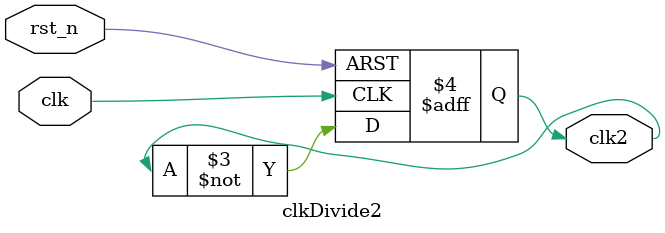
<source format=sv>
module clkDivide2
(
    input logic clk,
    input logic rst_n,
    output logic clk2
);


always_ff@(posedge clk or negedge rst_n)begin
    if(!rst_n)
        clk2<=0;
    else
        clk2<=~clk2;
end

endmodule
</source>
